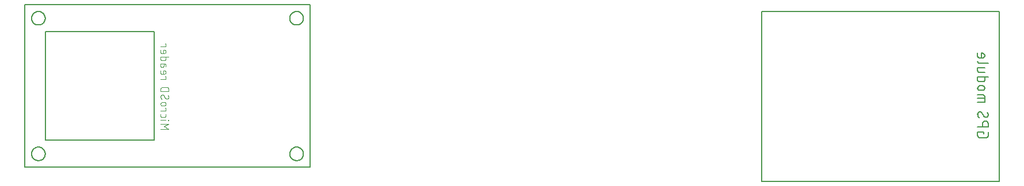
<source format=gbr>
G04 EAGLE Gerber RS-274X export*
G75*
%MOMM*%
%FSLAX34Y34*%
%LPD*%
%INSilkscreen Bottom*%
%IPPOS*%
%AMOC8*
5,1,8,0,0,1.08239X$1,22.5*%
G01*
%ADD10C,0.127000*%
%ADD11C,0.101600*%


D10*
X1113790Y40640D02*
X1113790Y290640D01*
X1463790Y290640D01*
X1463790Y40640D01*
X1113790Y40640D01*
X1440533Y110800D02*
X1440533Y113383D01*
X1431925Y113383D01*
X1431925Y108218D01*
X1431927Y108103D01*
X1431933Y107988D01*
X1431942Y107873D01*
X1431956Y107759D01*
X1431973Y107645D01*
X1431994Y107532D01*
X1432019Y107420D01*
X1432047Y107308D01*
X1432080Y107198D01*
X1432116Y107089D01*
X1432155Y106981D01*
X1432198Y106874D01*
X1432245Y106769D01*
X1432295Y106665D01*
X1432349Y106563D01*
X1432406Y106463D01*
X1432466Y106365D01*
X1432529Y106269D01*
X1432596Y106176D01*
X1432666Y106084D01*
X1432739Y105995D01*
X1432814Y105908D01*
X1432893Y105824D01*
X1432974Y105743D01*
X1433058Y105664D01*
X1433145Y105589D01*
X1433234Y105516D01*
X1433326Y105446D01*
X1433419Y105379D01*
X1433515Y105316D01*
X1433613Y105256D01*
X1433713Y105199D01*
X1433815Y105145D01*
X1433919Y105095D01*
X1434024Y105048D01*
X1434131Y105005D01*
X1434239Y104966D01*
X1434348Y104930D01*
X1434458Y104897D01*
X1434570Y104869D01*
X1434682Y104844D01*
X1434795Y104823D01*
X1434909Y104806D01*
X1435023Y104792D01*
X1435138Y104783D01*
X1435253Y104777D01*
X1435368Y104775D01*
X1443976Y104775D01*
X1444091Y104777D01*
X1444206Y104783D01*
X1444321Y104792D01*
X1444435Y104806D01*
X1444549Y104823D01*
X1444662Y104844D01*
X1444774Y104869D01*
X1444886Y104897D01*
X1444996Y104930D01*
X1445105Y104966D01*
X1445213Y105005D01*
X1445320Y105048D01*
X1445425Y105095D01*
X1445529Y105145D01*
X1445631Y105199D01*
X1445731Y105256D01*
X1445829Y105316D01*
X1445925Y105379D01*
X1446018Y105446D01*
X1446110Y105516D01*
X1446199Y105589D01*
X1446286Y105664D01*
X1446370Y105743D01*
X1446451Y105824D01*
X1446529Y105908D01*
X1446605Y105995D01*
X1446678Y106084D01*
X1446748Y106176D01*
X1446815Y106269D01*
X1446878Y106365D01*
X1446938Y106463D01*
X1446995Y106563D01*
X1447049Y106665D01*
X1447099Y106769D01*
X1447146Y106874D01*
X1447189Y106981D01*
X1447228Y107089D01*
X1447264Y107198D01*
X1447297Y107308D01*
X1447325Y107420D01*
X1447350Y107532D01*
X1447371Y107645D01*
X1447388Y107759D01*
X1447402Y107873D01*
X1447411Y107988D01*
X1447417Y108103D01*
X1447419Y108218D01*
X1447419Y113383D01*
X1447419Y120829D02*
X1431925Y120829D01*
X1447419Y120829D02*
X1447419Y125133D01*
X1447417Y125263D01*
X1447411Y125393D01*
X1447401Y125523D01*
X1447388Y125652D01*
X1447370Y125781D01*
X1447349Y125909D01*
X1447323Y126036D01*
X1447294Y126163D01*
X1447261Y126289D01*
X1447224Y126413D01*
X1447184Y126537D01*
X1447139Y126659D01*
X1447091Y126780D01*
X1447040Y126899D01*
X1446985Y127017D01*
X1446926Y127133D01*
X1446864Y127247D01*
X1446798Y127360D01*
X1446729Y127470D01*
X1446657Y127578D01*
X1446582Y127684D01*
X1446503Y127787D01*
X1446421Y127888D01*
X1446337Y127987D01*
X1446249Y128083D01*
X1446158Y128176D01*
X1446065Y128267D01*
X1445969Y128355D01*
X1445870Y128439D01*
X1445769Y128521D01*
X1445666Y128600D01*
X1445560Y128675D01*
X1445452Y128747D01*
X1445342Y128816D01*
X1445229Y128882D01*
X1445115Y128944D01*
X1444999Y129003D01*
X1444881Y129058D01*
X1444762Y129109D01*
X1444641Y129157D01*
X1444519Y129202D01*
X1444395Y129242D01*
X1444271Y129279D01*
X1444145Y129312D01*
X1444018Y129341D01*
X1443891Y129367D01*
X1443763Y129388D01*
X1443634Y129406D01*
X1443505Y129419D01*
X1443375Y129429D01*
X1443245Y129435D01*
X1443115Y129437D01*
X1442985Y129435D01*
X1442855Y129429D01*
X1442725Y129419D01*
X1442596Y129406D01*
X1442467Y129388D01*
X1442339Y129367D01*
X1442212Y129341D01*
X1442085Y129312D01*
X1441959Y129279D01*
X1441835Y129242D01*
X1441711Y129202D01*
X1441589Y129157D01*
X1441468Y129109D01*
X1441349Y129058D01*
X1441231Y129003D01*
X1441115Y128944D01*
X1441001Y128882D01*
X1440888Y128816D01*
X1440778Y128747D01*
X1440670Y128675D01*
X1440564Y128600D01*
X1440461Y128521D01*
X1440360Y128439D01*
X1440261Y128355D01*
X1440165Y128267D01*
X1440072Y128176D01*
X1439981Y128083D01*
X1439893Y127987D01*
X1439809Y127888D01*
X1439727Y127787D01*
X1439648Y127684D01*
X1439573Y127578D01*
X1439501Y127470D01*
X1439432Y127360D01*
X1439366Y127247D01*
X1439304Y127133D01*
X1439245Y127017D01*
X1439190Y126899D01*
X1439139Y126780D01*
X1439091Y126659D01*
X1439046Y126537D01*
X1439006Y126413D01*
X1438969Y126289D01*
X1438936Y126163D01*
X1438907Y126036D01*
X1438881Y125909D01*
X1438860Y125781D01*
X1438842Y125652D01*
X1438829Y125523D01*
X1438819Y125393D01*
X1438813Y125263D01*
X1438811Y125133D01*
X1438811Y120829D01*
X1431925Y139671D02*
X1431927Y139786D01*
X1431933Y139901D01*
X1431942Y140016D01*
X1431956Y140130D01*
X1431973Y140244D01*
X1431994Y140357D01*
X1432019Y140469D01*
X1432047Y140581D01*
X1432080Y140691D01*
X1432116Y140800D01*
X1432155Y140908D01*
X1432198Y141015D01*
X1432245Y141120D01*
X1432295Y141224D01*
X1432349Y141326D01*
X1432406Y141426D01*
X1432466Y141524D01*
X1432529Y141620D01*
X1432596Y141713D01*
X1432666Y141805D01*
X1432739Y141894D01*
X1432815Y141981D01*
X1432893Y142065D01*
X1432974Y142146D01*
X1433058Y142225D01*
X1433145Y142300D01*
X1433234Y142373D01*
X1433326Y142443D01*
X1433419Y142510D01*
X1433515Y142573D01*
X1433613Y142633D01*
X1433713Y142690D01*
X1433815Y142744D01*
X1433919Y142794D01*
X1434024Y142841D01*
X1434131Y142884D01*
X1434239Y142923D01*
X1434348Y142959D01*
X1434458Y142992D01*
X1434570Y143020D01*
X1434682Y143045D01*
X1434795Y143066D01*
X1434909Y143083D01*
X1435023Y143097D01*
X1435138Y143106D01*
X1435253Y143112D01*
X1435368Y143114D01*
X1431925Y139671D02*
X1431927Y139497D01*
X1431933Y139323D01*
X1431944Y139149D01*
X1431958Y138976D01*
X1431977Y138803D01*
X1432000Y138631D01*
X1432027Y138459D01*
X1432058Y138287D01*
X1432093Y138117D01*
X1432132Y137947D01*
X1432175Y137779D01*
X1432223Y137611D01*
X1432274Y137445D01*
X1432329Y137280D01*
X1432388Y137116D01*
X1432451Y136954D01*
X1432518Y136794D01*
X1432589Y136635D01*
X1432664Y136477D01*
X1432742Y136322D01*
X1432824Y136168D01*
X1432910Y136017D01*
X1432999Y135868D01*
X1433092Y135720D01*
X1433188Y135575D01*
X1433288Y135433D01*
X1433391Y135293D01*
X1433497Y135155D01*
X1433607Y135020D01*
X1433720Y134887D01*
X1433836Y134758D01*
X1433955Y134631D01*
X1434077Y134507D01*
X1443976Y134937D02*
X1444091Y134939D01*
X1444206Y134945D01*
X1444321Y134954D01*
X1444435Y134968D01*
X1444549Y134985D01*
X1444662Y135006D01*
X1444774Y135031D01*
X1444886Y135059D01*
X1444996Y135092D01*
X1445105Y135128D01*
X1445213Y135167D01*
X1445320Y135210D01*
X1445425Y135257D01*
X1445529Y135307D01*
X1445631Y135361D01*
X1445731Y135418D01*
X1445829Y135478D01*
X1445925Y135541D01*
X1446018Y135608D01*
X1446110Y135678D01*
X1446199Y135751D01*
X1446286Y135826D01*
X1446370Y135905D01*
X1446451Y135986D01*
X1446530Y136070D01*
X1446605Y136157D01*
X1446678Y136246D01*
X1446748Y136338D01*
X1446815Y136431D01*
X1446878Y136527D01*
X1446938Y136625D01*
X1446995Y136725D01*
X1447049Y136827D01*
X1447099Y136931D01*
X1447146Y137036D01*
X1447189Y137143D01*
X1447228Y137251D01*
X1447264Y137360D01*
X1447297Y137470D01*
X1447325Y137582D01*
X1447350Y137694D01*
X1447371Y137807D01*
X1447388Y137921D01*
X1447402Y138035D01*
X1447411Y138150D01*
X1447417Y138265D01*
X1447419Y138380D01*
X1447417Y138540D01*
X1447411Y138699D01*
X1447401Y138859D01*
X1447387Y139018D01*
X1447370Y139177D01*
X1447348Y139335D01*
X1447322Y139493D01*
X1447293Y139650D01*
X1447259Y139806D01*
X1447222Y139962D01*
X1447181Y140116D01*
X1447136Y140269D01*
X1447088Y140422D01*
X1447035Y140573D01*
X1446979Y140722D01*
X1446919Y140870D01*
X1446856Y141017D01*
X1446789Y141162D01*
X1446718Y141305D01*
X1446644Y141447D01*
X1446566Y141587D01*
X1446485Y141724D01*
X1446401Y141860D01*
X1446313Y141993D01*
X1446222Y142125D01*
X1446128Y142254D01*
X1440963Y136659D02*
X1441024Y136559D01*
X1441089Y136461D01*
X1441156Y136365D01*
X1441227Y136272D01*
X1441301Y136181D01*
X1441378Y136093D01*
X1441458Y136007D01*
X1441541Y135924D01*
X1441626Y135844D01*
X1441714Y135767D01*
X1441805Y135693D01*
X1441898Y135622D01*
X1441993Y135553D01*
X1442091Y135489D01*
X1442190Y135427D01*
X1442292Y135369D01*
X1442396Y135314D01*
X1442501Y135263D01*
X1442608Y135216D01*
X1442717Y135172D01*
X1442827Y135131D01*
X1442938Y135095D01*
X1443050Y135062D01*
X1443164Y135033D01*
X1443278Y135007D01*
X1443393Y134986D01*
X1443509Y134968D01*
X1443625Y134955D01*
X1443742Y134945D01*
X1443859Y134939D01*
X1443976Y134937D01*
X1438381Y141392D02*
X1438320Y141492D01*
X1438255Y141590D01*
X1438188Y141686D01*
X1438117Y141779D01*
X1438043Y141870D01*
X1437966Y141958D01*
X1437886Y142044D01*
X1437803Y142127D01*
X1437718Y142207D01*
X1437630Y142284D01*
X1437539Y142358D01*
X1437446Y142429D01*
X1437351Y142498D01*
X1437253Y142562D01*
X1437154Y142624D01*
X1437052Y142682D01*
X1436948Y142737D01*
X1436843Y142788D01*
X1436736Y142835D01*
X1436627Y142879D01*
X1436517Y142920D01*
X1436406Y142956D01*
X1436294Y142989D01*
X1436180Y143018D01*
X1436066Y143044D01*
X1435951Y143065D01*
X1435835Y143083D01*
X1435719Y143096D01*
X1435602Y143106D01*
X1435485Y143112D01*
X1435368Y143114D01*
X1438381Y141393D02*
X1440963Y136659D01*
X1442254Y157431D02*
X1431925Y157431D01*
X1442254Y157431D02*
X1442254Y165178D01*
X1442252Y165277D01*
X1442246Y165376D01*
X1442237Y165474D01*
X1442224Y165572D01*
X1442207Y165670D01*
X1442186Y165766D01*
X1442162Y165862D01*
X1442134Y165957D01*
X1442102Y166051D01*
X1442067Y166143D01*
X1442028Y166234D01*
X1441986Y166324D01*
X1441940Y166411D01*
X1441891Y166497D01*
X1441839Y166581D01*
X1441784Y166663D01*
X1441725Y166743D01*
X1441664Y166821D01*
X1441600Y166896D01*
X1441532Y166968D01*
X1441462Y167038D01*
X1441390Y167106D01*
X1441315Y167170D01*
X1441237Y167231D01*
X1441157Y167290D01*
X1441075Y167345D01*
X1440991Y167397D01*
X1440905Y167446D01*
X1440818Y167492D01*
X1440728Y167534D01*
X1440637Y167573D01*
X1440545Y167608D01*
X1440451Y167640D01*
X1440356Y167668D01*
X1440260Y167692D01*
X1440164Y167713D01*
X1440066Y167730D01*
X1439968Y167743D01*
X1439870Y167752D01*
X1439771Y167758D01*
X1439672Y167760D01*
X1431925Y167760D01*
X1431925Y162596D02*
X1442254Y162596D01*
X1438811Y174514D02*
X1435368Y174514D01*
X1438811Y174514D02*
X1438927Y174516D01*
X1439043Y174522D01*
X1439159Y174532D01*
X1439275Y174545D01*
X1439390Y174563D01*
X1439504Y174584D01*
X1439618Y174610D01*
X1439730Y174639D01*
X1439842Y174672D01*
X1439952Y174709D01*
X1440061Y174749D01*
X1440169Y174793D01*
X1440275Y174841D01*
X1440379Y174892D01*
X1440482Y174947D01*
X1440583Y175005D01*
X1440681Y175066D01*
X1440778Y175131D01*
X1440872Y175199D01*
X1440964Y175270D01*
X1441054Y175345D01*
X1441141Y175422D01*
X1441225Y175502D01*
X1441306Y175585D01*
X1441385Y175671D01*
X1441461Y175759D01*
X1441534Y175850D01*
X1441603Y175943D01*
X1441670Y176038D01*
X1441733Y176136D01*
X1441793Y176235D01*
X1441849Y176337D01*
X1441902Y176441D01*
X1441952Y176546D01*
X1441997Y176653D01*
X1442040Y176761D01*
X1442078Y176871D01*
X1442113Y176982D01*
X1442144Y177094D01*
X1442171Y177207D01*
X1442195Y177321D01*
X1442214Y177436D01*
X1442230Y177551D01*
X1442242Y177667D01*
X1442250Y177783D01*
X1442254Y177899D01*
X1442254Y178015D01*
X1442250Y178131D01*
X1442242Y178247D01*
X1442230Y178363D01*
X1442214Y178478D01*
X1442195Y178593D01*
X1442171Y178707D01*
X1442144Y178820D01*
X1442113Y178932D01*
X1442078Y179043D01*
X1442040Y179153D01*
X1441997Y179261D01*
X1441952Y179368D01*
X1441902Y179473D01*
X1441849Y179577D01*
X1441793Y179678D01*
X1441733Y179778D01*
X1441670Y179876D01*
X1441603Y179971D01*
X1441534Y180064D01*
X1441461Y180155D01*
X1441385Y180243D01*
X1441306Y180329D01*
X1441225Y180412D01*
X1441141Y180492D01*
X1441054Y180569D01*
X1440964Y180644D01*
X1440872Y180715D01*
X1440778Y180783D01*
X1440681Y180848D01*
X1440583Y180909D01*
X1440482Y180967D01*
X1440379Y181022D01*
X1440275Y181073D01*
X1440169Y181121D01*
X1440061Y181165D01*
X1439952Y181205D01*
X1439842Y181242D01*
X1439730Y181275D01*
X1439618Y181304D01*
X1439504Y181330D01*
X1439390Y181351D01*
X1439275Y181369D01*
X1439159Y181382D01*
X1439043Y181392D01*
X1438927Y181398D01*
X1438811Y181400D01*
X1435368Y181400D01*
X1435252Y181398D01*
X1435136Y181392D01*
X1435020Y181382D01*
X1434904Y181369D01*
X1434789Y181351D01*
X1434675Y181330D01*
X1434561Y181304D01*
X1434449Y181275D01*
X1434337Y181242D01*
X1434227Y181205D01*
X1434118Y181165D01*
X1434010Y181121D01*
X1433904Y181073D01*
X1433800Y181022D01*
X1433697Y180967D01*
X1433596Y180909D01*
X1433498Y180848D01*
X1433401Y180783D01*
X1433307Y180715D01*
X1433215Y180644D01*
X1433125Y180569D01*
X1433038Y180492D01*
X1432954Y180412D01*
X1432873Y180329D01*
X1432794Y180243D01*
X1432718Y180155D01*
X1432645Y180064D01*
X1432576Y179971D01*
X1432509Y179876D01*
X1432446Y179778D01*
X1432386Y179679D01*
X1432330Y179577D01*
X1432277Y179473D01*
X1432227Y179368D01*
X1432182Y179261D01*
X1432139Y179153D01*
X1432101Y179043D01*
X1432066Y178932D01*
X1432035Y178820D01*
X1432008Y178707D01*
X1431984Y178593D01*
X1431965Y178478D01*
X1431949Y178363D01*
X1431937Y178247D01*
X1431929Y178131D01*
X1431925Y178015D01*
X1431925Y177899D01*
X1431929Y177783D01*
X1431937Y177667D01*
X1431949Y177551D01*
X1431965Y177436D01*
X1431984Y177321D01*
X1432008Y177207D01*
X1432035Y177094D01*
X1432066Y176982D01*
X1432101Y176871D01*
X1432139Y176761D01*
X1432182Y176653D01*
X1432227Y176546D01*
X1432277Y176441D01*
X1432330Y176337D01*
X1432386Y176236D01*
X1432446Y176136D01*
X1432509Y176038D01*
X1432576Y175943D01*
X1432645Y175850D01*
X1432718Y175759D01*
X1432794Y175671D01*
X1432873Y175585D01*
X1432954Y175502D01*
X1433038Y175422D01*
X1433125Y175345D01*
X1433215Y175270D01*
X1433307Y175199D01*
X1433401Y175131D01*
X1433498Y175066D01*
X1433596Y175005D01*
X1433697Y174947D01*
X1433800Y174892D01*
X1433904Y174841D01*
X1434010Y174793D01*
X1434118Y174749D01*
X1434227Y174709D01*
X1434337Y174672D01*
X1434449Y174639D01*
X1434561Y174610D01*
X1434675Y174584D01*
X1434789Y174563D01*
X1434904Y174545D01*
X1435020Y174532D01*
X1435136Y174522D01*
X1435252Y174516D01*
X1435368Y174514D01*
X1431925Y194215D02*
X1447419Y194215D01*
X1431925Y194215D02*
X1431925Y189911D01*
X1431927Y189812D01*
X1431933Y189713D01*
X1431942Y189615D01*
X1431955Y189517D01*
X1431972Y189419D01*
X1431993Y189323D01*
X1432017Y189227D01*
X1432045Y189132D01*
X1432077Y189038D01*
X1432112Y188946D01*
X1432151Y188855D01*
X1432193Y188765D01*
X1432239Y188678D01*
X1432288Y188592D01*
X1432340Y188508D01*
X1432395Y188426D01*
X1432454Y188346D01*
X1432515Y188268D01*
X1432579Y188193D01*
X1432647Y188121D01*
X1432717Y188051D01*
X1432789Y187983D01*
X1432864Y187919D01*
X1432942Y187858D01*
X1433022Y187799D01*
X1433104Y187744D01*
X1433188Y187692D01*
X1433274Y187643D01*
X1433361Y187597D01*
X1433451Y187555D01*
X1433542Y187516D01*
X1433634Y187481D01*
X1433728Y187449D01*
X1433823Y187421D01*
X1433919Y187397D01*
X1434015Y187376D01*
X1434113Y187359D01*
X1434211Y187346D01*
X1434309Y187337D01*
X1434408Y187331D01*
X1434507Y187329D01*
X1439672Y187329D01*
X1439771Y187331D01*
X1439870Y187337D01*
X1439968Y187346D01*
X1440066Y187359D01*
X1440164Y187376D01*
X1440260Y187397D01*
X1440356Y187421D01*
X1440451Y187449D01*
X1440545Y187481D01*
X1440637Y187516D01*
X1440728Y187555D01*
X1440818Y187597D01*
X1440905Y187643D01*
X1440991Y187692D01*
X1441075Y187744D01*
X1441157Y187799D01*
X1441237Y187858D01*
X1441315Y187919D01*
X1441390Y187983D01*
X1441462Y188051D01*
X1441532Y188121D01*
X1441600Y188193D01*
X1441664Y188268D01*
X1441725Y188346D01*
X1441784Y188426D01*
X1441839Y188508D01*
X1441891Y188592D01*
X1441940Y188678D01*
X1441986Y188765D01*
X1442028Y188855D01*
X1442067Y188946D01*
X1442102Y189038D01*
X1442134Y189132D01*
X1442162Y189227D01*
X1442186Y189323D01*
X1442207Y189419D01*
X1442224Y189517D01*
X1442237Y189615D01*
X1442246Y189713D01*
X1442252Y189812D01*
X1442254Y189911D01*
X1442254Y194215D01*
X1442254Y201272D02*
X1434507Y201272D01*
X1434507Y201273D02*
X1434408Y201275D01*
X1434309Y201281D01*
X1434211Y201290D01*
X1434113Y201303D01*
X1434015Y201320D01*
X1433919Y201341D01*
X1433823Y201365D01*
X1433728Y201393D01*
X1433634Y201425D01*
X1433542Y201460D01*
X1433451Y201499D01*
X1433361Y201541D01*
X1433274Y201587D01*
X1433188Y201636D01*
X1433104Y201688D01*
X1433022Y201743D01*
X1432942Y201802D01*
X1432864Y201863D01*
X1432789Y201927D01*
X1432717Y201995D01*
X1432647Y202065D01*
X1432579Y202137D01*
X1432515Y202212D01*
X1432454Y202290D01*
X1432395Y202370D01*
X1432340Y202452D01*
X1432288Y202536D01*
X1432239Y202622D01*
X1432193Y202709D01*
X1432151Y202799D01*
X1432112Y202890D01*
X1432077Y202982D01*
X1432045Y203076D01*
X1432017Y203171D01*
X1431993Y203267D01*
X1431972Y203363D01*
X1431955Y203461D01*
X1431942Y203559D01*
X1431933Y203657D01*
X1431927Y203756D01*
X1431925Y203855D01*
X1431925Y208159D01*
X1442254Y208159D01*
X1447419Y214880D02*
X1434507Y214880D01*
X1434507Y214881D02*
X1434408Y214883D01*
X1434309Y214889D01*
X1434211Y214898D01*
X1434113Y214911D01*
X1434015Y214928D01*
X1433919Y214949D01*
X1433823Y214973D01*
X1433728Y215001D01*
X1433634Y215033D01*
X1433542Y215068D01*
X1433451Y215107D01*
X1433361Y215149D01*
X1433274Y215195D01*
X1433188Y215244D01*
X1433104Y215296D01*
X1433022Y215351D01*
X1432942Y215410D01*
X1432864Y215471D01*
X1432789Y215535D01*
X1432717Y215603D01*
X1432647Y215673D01*
X1432579Y215745D01*
X1432515Y215820D01*
X1432454Y215898D01*
X1432395Y215978D01*
X1432340Y216060D01*
X1432288Y216144D01*
X1432239Y216230D01*
X1432193Y216317D01*
X1432151Y216407D01*
X1432112Y216498D01*
X1432077Y216590D01*
X1432045Y216684D01*
X1432017Y216779D01*
X1431993Y216875D01*
X1431972Y216971D01*
X1431955Y217069D01*
X1431942Y217167D01*
X1431933Y217265D01*
X1431927Y217364D01*
X1431925Y217463D01*
X1431925Y225162D02*
X1431925Y229466D01*
X1431925Y225162D02*
X1431927Y225063D01*
X1431933Y224964D01*
X1431942Y224866D01*
X1431955Y224768D01*
X1431972Y224670D01*
X1431993Y224574D01*
X1432017Y224478D01*
X1432045Y224383D01*
X1432077Y224289D01*
X1432112Y224197D01*
X1432151Y224106D01*
X1432193Y224016D01*
X1432239Y223929D01*
X1432288Y223843D01*
X1432340Y223759D01*
X1432395Y223677D01*
X1432454Y223597D01*
X1432515Y223519D01*
X1432579Y223444D01*
X1432647Y223372D01*
X1432717Y223302D01*
X1432789Y223234D01*
X1432864Y223170D01*
X1432942Y223109D01*
X1433022Y223050D01*
X1433104Y222995D01*
X1433188Y222943D01*
X1433274Y222894D01*
X1433361Y222848D01*
X1433451Y222806D01*
X1433542Y222767D01*
X1433634Y222732D01*
X1433728Y222700D01*
X1433823Y222672D01*
X1433919Y222648D01*
X1434015Y222627D01*
X1434113Y222610D01*
X1434211Y222597D01*
X1434309Y222588D01*
X1434408Y222582D01*
X1434507Y222580D01*
X1438811Y222580D01*
X1438927Y222582D01*
X1439043Y222588D01*
X1439159Y222598D01*
X1439275Y222611D01*
X1439390Y222629D01*
X1439504Y222650D01*
X1439618Y222676D01*
X1439730Y222705D01*
X1439842Y222738D01*
X1439952Y222775D01*
X1440061Y222815D01*
X1440169Y222859D01*
X1440275Y222907D01*
X1440379Y222958D01*
X1440482Y223013D01*
X1440583Y223071D01*
X1440681Y223132D01*
X1440778Y223197D01*
X1440872Y223265D01*
X1440964Y223336D01*
X1441054Y223411D01*
X1441141Y223488D01*
X1441225Y223568D01*
X1441306Y223651D01*
X1441385Y223737D01*
X1441461Y223825D01*
X1441534Y223916D01*
X1441603Y224009D01*
X1441670Y224104D01*
X1441733Y224202D01*
X1441793Y224301D01*
X1441849Y224403D01*
X1441902Y224507D01*
X1441952Y224612D01*
X1441997Y224719D01*
X1442040Y224827D01*
X1442078Y224937D01*
X1442113Y225048D01*
X1442144Y225160D01*
X1442171Y225273D01*
X1442195Y225387D01*
X1442214Y225502D01*
X1442230Y225617D01*
X1442242Y225733D01*
X1442250Y225849D01*
X1442254Y225965D01*
X1442254Y226081D01*
X1442250Y226197D01*
X1442242Y226313D01*
X1442230Y226429D01*
X1442214Y226544D01*
X1442195Y226659D01*
X1442171Y226773D01*
X1442144Y226886D01*
X1442113Y226998D01*
X1442078Y227109D01*
X1442040Y227219D01*
X1441997Y227327D01*
X1441952Y227434D01*
X1441902Y227539D01*
X1441849Y227643D01*
X1441793Y227744D01*
X1441733Y227844D01*
X1441670Y227942D01*
X1441603Y228037D01*
X1441534Y228130D01*
X1441461Y228221D01*
X1441385Y228309D01*
X1441306Y228395D01*
X1441225Y228478D01*
X1441141Y228558D01*
X1441054Y228635D01*
X1440964Y228710D01*
X1440872Y228781D01*
X1440778Y228849D01*
X1440681Y228914D01*
X1440583Y228975D01*
X1440482Y229033D01*
X1440379Y229088D01*
X1440275Y229139D01*
X1440169Y229187D01*
X1440061Y229231D01*
X1439952Y229271D01*
X1439842Y229308D01*
X1439730Y229341D01*
X1439618Y229370D01*
X1439504Y229396D01*
X1439390Y229417D01*
X1439275Y229435D01*
X1439159Y229448D01*
X1439043Y229458D01*
X1438927Y229464D01*
X1438811Y229466D01*
X1437090Y229466D01*
X1437090Y222580D01*
X449580Y60990D02*
X29580Y60990D01*
X29580Y300990D01*
X449580Y300990D01*
X449580Y60990D01*
X59580Y100990D02*
X59580Y260990D01*
X59580Y100990D02*
X219580Y100990D01*
X219580Y260990D01*
X59580Y260990D01*
X39580Y280990D02*
X39583Y281235D01*
X39592Y281481D01*
X39607Y281726D01*
X39628Y281970D01*
X39655Y282214D01*
X39688Y282457D01*
X39727Y282700D01*
X39772Y282941D01*
X39823Y283181D01*
X39880Y283420D01*
X39942Y283657D01*
X40011Y283893D01*
X40085Y284127D01*
X40165Y284359D01*
X40250Y284589D01*
X40341Y284817D01*
X40438Y285042D01*
X40540Y285266D01*
X40648Y285486D01*
X40761Y285704D01*
X40879Y285919D01*
X41003Y286131D01*
X41131Y286340D01*
X41265Y286546D01*
X41404Y286748D01*
X41548Y286947D01*
X41697Y287142D01*
X41850Y287334D01*
X42008Y287522D01*
X42170Y287706D01*
X42338Y287885D01*
X42509Y288061D01*
X42685Y288232D01*
X42864Y288400D01*
X43048Y288562D01*
X43236Y288720D01*
X43428Y288873D01*
X43623Y289022D01*
X43822Y289166D01*
X44024Y289305D01*
X44230Y289439D01*
X44439Y289567D01*
X44651Y289691D01*
X44866Y289809D01*
X45084Y289922D01*
X45304Y290030D01*
X45528Y290132D01*
X45753Y290229D01*
X45981Y290320D01*
X46211Y290405D01*
X46443Y290485D01*
X46677Y290559D01*
X46913Y290628D01*
X47150Y290690D01*
X47389Y290747D01*
X47629Y290798D01*
X47870Y290843D01*
X48113Y290882D01*
X48356Y290915D01*
X48600Y290942D01*
X48844Y290963D01*
X49089Y290978D01*
X49335Y290987D01*
X49580Y290990D01*
X49825Y290987D01*
X50071Y290978D01*
X50316Y290963D01*
X50560Y290942D01*
X50804Y290915D01*
X51047Y290882D01*
X51290Y290843D01*
X51531Y290798D01*
X51771Y290747D01*
X52010Y290690D01*
X52247Y290628D01*
X52483Y290559D01*
X52717Y290485D01*
X52949Y290405D01*
X53179Y290320D01*
X53407Y290229D01*
X53632Y290132D01*
X53856Y290030D01*
X54076Y289922D01*
X54294Y289809D01*
X54509Y289691D01*
X54721Y289567D01*
X54930Y289439D01*
X55136Y289305D01*
X55338Y289166D01*
X55537Y289022D01*
X55732Y288873D01*
X55924Y288720D01*
X56112Y288562D01*
X56296Y288400D01*
X56475Y288232D01*
X56651Y288061D01*
X56822Y287885D01*
X56990Y287706D01*
X57152Y287522D01*
X57310Y287334D01*
X57463Y287142D01*
X57612Y286947D01*
X57756Y286748D01*
X57895Y286546D01*
X58029Y286340D01*
X58157Y286131D01*
X58281Y285919D01*
X58399Y285704D01*
X58512Y285486D01*
X58620Y285266D01*
X58722Y285042D01*
X58819Y284817D01*
X58910Y284589D01*
X58995Y284359D01*
X59075Y284127D01*
X59149Y283893D01*
X59218Y283657D01*
X59280Y283420D01*
X59337Y283181D01*
X59388Y282941D01*
X59433Y282700D01*
X59472Y282457D01*
X59505Y282214D01*
X59532Y281970D01*
X59553Y281726D01*
X59568Y281481D01*
X59577Y281235D01*
X59580Y280990D01*
X59577Y280745D01*
X59568Y280499D01*
X59553Y280254D01*
X59532Y280010D01*
X59505Y279766D01*
X59472Y279523D01*
X59433Y279280D01*
X59388Y279039D01*
X59337Y278799D01*
X59280Y278560D01*
X59218Y278323D01*
X59149Y278087D01*
X59075Y277853D01*
X58995Y277621D01*
X58910Y277391D01*
X58819Y277163D01*
X58722Y276938D01*
X58620Y276714D01*
X58512Y276494D01*
X58399Y276276D01*
X58281Y276061D01*
X58157Y275849D01*
X58029Y275640D01*
X57895Y275434D01*
X57756Y275232D01*
X57612Y275033D01*
X57463Y274838D01*
X57310Y274646D01*
X57152Y274458D01*
X56990Y274274D01*
X56822Y274095D01*
X56651Y273919D01*
X56475Y273748D01*
X56296Y273580D01*
X56112Y273418D01*
X55924Y273260D01*
X55732Y273107D01*
X55537Y272958D01*
X55338Y272814D01*
X55136Y272675D01*
X54930Y272541D01*
X54721Y272413D01*
X54509Y272289D01*
X54294Y272171D01*
X54076Y272058D01*
X53856Y271950D01*
X53632Y271848D01*
X53407Y271751D01*
X53179Y271660D01*
X52949Y271575D01*
X52717Y271495D01*
X52483Y271421D01*
X52247Y271352D01*
X52010Y271290D01*
X51771Y271233D01*
X51531Y271182D01*
X51290Y271137D01*
X51047Y271098D01*
X50804Y271065D01*
X50560Y271038D01*
X50316Y271017D01*
X50071Y271002D01*
X49825Y270993D01*
X49580Y270990D01*
X49335Y270993D01*
X49089Y271002D01*
X48844Y271017D01*
X48600Y271038D01*
X48356Y271065D01*
X48113Y271098D01*
X47870Y271137D01*
X47629Y271182D01*
X47389Y271233D01*
X47150Y271290D01*
X46913Y271352D01*
X46677Y271421D01*
X46443Y271495D01*
X46211Y271575D01*
X45981Y271660D01*
X45753Y271751D01*
X45528Y271848D01*
X45304Y271950D01*
X45084Y272058D01*
X44866Y272171D01*
X44651Y272289D01*
X44439Y272413D01*
X44230Y272541D01*
X44024Y272675D01*
X43822Y272814D01*
X43623Y272958D01*
X43428Y273107D01*
X43236Y273260D01*
X43048Y273418D01*
X42864Y273580D01*
X42685Y273748D01*
X42509Y273919D01*
X42338Y274095D01*
X42170Y274274D01*
X42008Y274458D01*
X41850Y274646D01*
X41697Y274838D01*
X41548Y275033D01*
X41404Y275232D01*
X41265Y275434D01*
X41131Y275640D01*
X41003Y275849D01*
X40879Y276061D01*
X40761Y276276D01*
X40648Y276494D01*
X40540Y276714D01*
X40438Y276938D01*
X40341Y277163D01*
X40250Y277391D01*
X40165Y277621D01*
X40085Y277853D01*
X40011Y278087D01*
X39942Y278323D01*
X39880Y278560D01*
X39823Y278799D01*
X39772Y279039D01*
X39727Y279280D01*
X39688Y279523D01*
X39655Y279766D01*
X39628Y280010D01*
X39607Y280254D01*
X39592Y280499D01*
X39583Y280745D01*
X39580Y280990D01*
X39580Y80990D02*
X39583Y81235D01*
X39592Y81481D01*
X39607Y81726D01*
X39628Y81970D01*
X39655Y82214D01*
X39688Y82457D01*
X39727Y82700D01*
X39772Y82941D01*
X39823Y83181D01*
X39880Y83420D01*
X39942Y83657D01*
X40011Y83893D01*
X40085Y84127D01*
X40165Y84359D01*
X40250Y84589D01*
X40341Y84817D01*
X40438Y85042D01*
X40540Y85266D01*
X40648Y85486D01*
X40761Y85704D01*
X40879Y85919D01*
X41003Y86131D01*
X41131Y86340D01*
X41265Y86546D01*
X41404Y86748D01*
X41548Y86947D01*
X41697Y87142D01*
X41850Y87334D01*
X42008Y87522D01*
X42170Y87706D01*
X42338Y87885D01*
X42509Y88061D01*
X42685Y88232D01*
X42864Y88400D01*
X43048Y88562D01*
X43236Y88720D01*
X43428Y88873D01*
X43623Y89022D01*
X43822Y89166D01*
X44024Y89305D01*
X44230Y89439D01*
X44439Y89567D01*
X44651Y89691D01*
X44866Y89809D01*
X45084Y89922D01*
X45304Y90030D01*
X45528Y90132D01*
X45753Y90229D01*
X45981Y90320D01*
X46211Y90405D01*
X46443Y90485D01*
X46677Y90559D01*
X46913Y90628D01*
X47150Y90690D01*
X47389Y90747D01*
X47629Y90798D01*
X47870Y90843D01*
X48113Y90882D01*
X48356Y90915D01*
X48600Y90942D01*
X48844Y90963D01*
X49089Y90978D01*
X49335Y90987D01*
X49580Y90990D01*
X49825Y90987D01*
X50071Y90978D01*
X50316Y90963D01*
X50560Y90942D01*
X50804Y90915D01*
X51047Y90882D01*
X51290Y90843D01*
X51531Y90798D01*
X51771Y90747D01*
X52010Y90690D01*
X52247Y90628D01*
X52483Y90559D01*
X52717Y90485D01*
X52949Y90405D01*
X53179Y90320D01*
X53407Y90229D01*
X53632Y90132D01*
X53856Y90030D01*
X54076Y89922D01*
X54294Y89809D01*
X54509Y89691D01*
X54721Y89567D01*
X54930Y89439D01*
X55136Y89305D01*
X55338Y89166D01*
X55537Y89022D01*
X55732Y88873D01*
X55924Y88720D01*
X56112Y88562D01*
X56296Y88400D01*
X56475Y88232D01*
X56651Y88061D01*
X56822Y87885D01*
X56990Y87706D01*
X57152Y87522D01*
X57310Y87334D01*
X57463Y87142D01*
X57612Y86947D01*
X57756Y86748D01*
X57895Y86546D01*
X58029Y86340D01*
X58157Y86131D01*
X58281Y85919D01*
X58399Y85704D01*
X58512Y85486D01*
X58620Y85266D01*
X58722Y85042D01*
X58819Y84817D01*
X58910Y84589D01*
X58995Y84359D01*
X59075Y84127D01*
X59149Y83893D01*
X59218Y83657D01*
X59280Y83420D01*
X59337Y83181D01*
X59388Y82941D01*
X59433Y82700D01*
X59472Y82457D01*
X59505Y82214D01*
X59532Y81970D01*
X59553Y81726D01*
X59568Y81481D01*
X59577Y81235D01*
X59580Y80990D01*
X59577Y80745D01*
X59568Y80499D01*
X59553Y80254D01*
X59532Y80010D01*
X59505Y79766D01*
X59472Y79523D01*
X59433Y79280D01*
X59388Y79039D01*
X59337Y78799D01*
X59280Y78560D01*
X59218Y78323D01*
X59149Y78087D01*
X59075Y77853D01*
X58995Y77621D01*
X58910Y77391D01*
X58819Y77163D01*
X58722Y76938D01*
X58620Y76714D01*
X58512Y76494D01*
X58399Y76276D01*
X58281Y76061D01*
X58157Y75849D01*
X58029Y75640D01*
X57895Y75434D01*
X57756Y75232D01*
X57612Y75033D01*
X57463Y74838D01*
X57310Y74646D01*
X57152Y74458D01*
X56990Y74274D01*
X56822Y74095D01*
X56651Y73919D01*
X56475Y73748D01*
X56296Y73580D01*
X56112Y73418D01*
X55924Y73260D01*
X55732Y73107D01*
X55537Y72958D01*
X55338Y72814D01*
X55136Y72675D01*
X54930Y72541D01*
X54721Y72413D01*
X54509Y72289D01*
X54294Y72171D01*
X54076Y72058D01*
X53856Y71950D01*
X53632Y71848D01*
X53407Y71751D01*
X53179Y71660D01*
X52949Y71575D01*
X52717Y71495D01*
X52483Y71421D01*
X52247Y71352D01*
X52010Y71290D01*
X51771Y71233D01*
X51531Y71182D01*
X51290Y71137D01*
X51047Y71098D01*
X50804Y71065D01*
X50560Y71038D01*
X50316Y71017D01*
X50071Y71002D01*
X49825Y70993D01*
X49580Y70990D01*
X49335Y70993D01*
X49089Y71002D01*
X48844Y71017D01*
X48600Y71038D01*
X48356Y71065D01*
X48113Y71098D01*
X47870Y71137D01*
X47629Y71182D01*
X47389Y71233D01*
X47150Y71290D01*
X46913Y71352D01*
X46677Y71421D01*
X46443Y71495D01*
X46211Y71575D01*
X45981Y71660D01*
X45753Y71751D01*
X45528Y71848D01*
X45304Y71950D01*
X45084Y72058D01*
X44866Y72171D01*
X44651Y72289D01*
X44439Y72413D01*
X44230Y72541D01*
X44024Y72675D01*
X43822Y72814D01*
X43623Y72958D01*
X43428Y73107D01*
X43236Y73260D01*
X43048Y73418D01*
X42864Y73580D01*
X42685Y73748D01*
X42509Y73919D01*
X42338Y74095D01*
X42170Y74274D01*
X42008Y74458D01*
X41850Y74646D01*
X41697Y74838D01*
X41548Y75033D01*
X41404Y75232D01*
X41265Y75434D01*
X41131Y75640D01*
X41003Y75849D01*
X40879Y76061D01*
X40761Y76276D01*
X40648Y76494D01*
X40540Y76714D01*
X40438Y76938D01*
X40341Y77163D01*
X40250Y77391D01*
X40165Y77621D01*
X40085Y77853D01*
X40011Y78087D01*
X39942Y78323D01*
X39880Y78560D01*
X39823Y78799D01*
X39772Y79039D01*
X39727Y79280D01*
X39688Y79523D01*
X39655Y79766D01*
X39628Y80010D01*
X39607Y80254D01*
X39592Y80499D01*
X39583Y80745D01*
X39580Y80990D01*
X419580Y80990D02*
X419583Y81235D01*
X419592Y81481D01*
X419607Y81726D01*
X419628Y81970D01*
X419655Y82214D01*
X419688Y82457D01*
X419727Y82700D01*
X419772Y82941D01*
X419823Y83181D01*
X419880Y83420D01*
X419942Y83657D01*
X420011Y83893D01*
X420085Y84127D01*
X420165Y84359D01*
X420250Y84589D01*
X420341Y84817D01*
X420438Y85042D01*
X420540Y85266D01*
X420648Y85486D01*
X420761Y85704D01*
X420879Y85919D01*
X421003Y86131D01*
X421131Y86340D01*
X421265Y86546D01*
X421404Y86748D01*
X421548Y86947D01*
X421697Y87142D01*
X421850Y87334D01*
X422008Y87522D01*
X422170Y87706D01*
X422338Y87885D01*
X422509Y88061D01*
X422685Y88232D01*
X422864Y88400D01*
X423048Y88562D01*
X423236Y88720D01*
X423428Y88873D01*
X423623Y89022D01*
X423822Y89166D01*
X424024Y89305D01*
X424230Y89439D01*
X424439Y89567D01*
X424651Y89691D01*
X424866Y89809D01*
X425084Y89922D01*
X425304Y90030D01*
X425528Y90132D01*
X425753Y90229D01*
X425981Y90320D01*
X426211Y90405D01*
X426443Y90485D01*
X426677Y90559D01*
X426913Y90628D01*
X427150Y90690D01*
X427389Y90747D01*
X427629Y90798D01*
X427870Y90843D01*
X428113Y90882D01*
X428356Y90915D01*
X428600Y90942D01*
X428844Y90963D01*
X429089Y90978D01*
X429335Y90987D01*
X429580Y90990D01*
X429825Y90987D01*
X430071Y90978D01*
X430316Y90963D01*
X430560Y90942D01*
X430804Y90915D01*
X431047Y90882D01*
X431290Y90843D01*
X431531Y90798D01*
X431771Y90747D01*
X432010Y90690D01*
X432247Y90628D01*
X432483Y90559D01*
X432717Y90485D01*
X432949Y90405D01*
X433179Y90320D01*
X433407Y90229D01*
X433632Y90132D01*
X433856Y90030D01*
X434076Y89922D01*
X434294Y89809D01*
X434509Y89691D01*
X434721Y89567D01*
X434930Y89439D01*
X435136Y89305D01*
X435338Y89166D01*
X435537Y89022D01*
X435732Y88873D01*
X435924Y88720D01*
X436112Y88562D01*
X436296Y88400D01*
X436475Y88232D01*
X436651Y88061D01*
X436822Y87885D01*
X436990Y87706D01*
X437152Y87522D01*
X437310Y87334D01*
X437463Y87142D01*
X437612Y86947D01*
X437756Y86748D01*
X437895Y86546D01*
X438029Y86340D01*
X438157Y86131D01*
X438281Y85919D01*
X438399Y85704D01*
X438512Y85486D01*
X438620Y85266D01*
X438722Y85042D01*
X438819Y84817D01*
X438910Y84589D01*
X438995Y84359D01*
X439075Y84127D01*
X439149Y83893D01*
X439218Y83657D01*
X439280Y83420D01*
X439337Y83181D01*
X439388Y82941D01*
X439433Y82700D01*
X439472Y82457D01*
X439505Y82214D01*
X439532Y81970D01*
X439553Y81726D01*
X439568Y81481D01*
X439577Y81235D01*
X439580Y80990D01*
X439577Y80745D01*
X439568Y80499D01*
X439553Y80254D01*
X439532Y80010D01*
X439505Y79766D01*
X439472Y79523D01*
X439433Y79280D01*
X439388Y79039D01*
X439337Y78799D01*
X439280Y78560D01*
X439218Y78323D01*
X439149Y78087D01*
X439075Y77853D01*
X438995Y77621D01*
X438910Y77391D01*
X438819Y77163D01*
X438722Y76938D01*
X438620Y76714D01*
X438512Y76494D01*
X438399Y76276D01*
X438281Y76061D01*
X438157Y75849D01*
X438029Y75640D01*
X437895Y75434D01*
X437756Y75232D01*
X437612Y75033D01*
X437463Y74838D01*
X437310Y74646D01*
X437152Y74458D01*
X436990Y74274D01*
X436822Y74095D01*
X436651Y73919D01*
X436475Y73748D01*
X436296Y73580D01*
X436112Y73418D01*
X435924Y73260D01*
X435732Y73107D01*
X435537Y72958D01*
X435338Y72814D01*
X435136Y72675D01*
X434930Y72541D01*
X434721Y72413D01*
X434509Y72289D01*
X434294Y72171D01*
X434076Y72058D01*
X433856Y71950D01*
X433632Y71848D01*
X433407Y71751D01*
X433179Y71660D01*
X432949Y71575D01*
X432717Y71495D01*
X432483Y71421D01*
X432247Y71352D01*
X432010Y71290D01*
X431771Y71233D01*
X431531Y71182D01*
X431290Y71137D01*
X431047Y71098D01*
X430804Y71065D01*
X430560Y71038D01*
X430316Y71017D01*
X430071Y71002D01*
X429825Y70993D01*
X429580Y70990D01*
X429335Y70993D01*
X429089Y71002D01*
X428844Y71017D01*
X428600Y71038D01*
X428356Y71065D01*
X428113Y71098D01*
X427870Y71137D01*
X427629Y71182D01*
X427389Y71233D01*
X427150Y71290D01*
X426913Y71352D01*
X426677Y71421D01*
X426443Y71495D01*
X426211Y71575D01*
X425981Y71660D01*
X425753Y71751D01*
X425528Y71848D01*
X425304Y71950D01*
X425084Y72058D01*
X424866Y72171D01*
X424651Y72289D01*
X424439Y72413D01*
X424230Y72541D01*
X424024Y72675D01*
X423822Y72814D01*
X423623Y72958D01*
X423428Y73107D01*
X423236Y73260D01*
X423048Y73418D01*
X422864Y73580D01*
X422685Y73748D01*
X422509Y73919D01*
X422338Y74095D01*
X422170Y74274D01*
X422008Y74458D01*
X421850Y74646D01*
X421697Y74838D01*
X421548Y75033D01*
X421404Y75232D01*
X421265Y75434D01*
X421131Y75640D01*
X421003Y75849D01*
X420879Y76061D01*
X420761Y76276D01*
X420648Y76494D01*
X420540Y76714D01*
X420438Y76938D01*
X420341Y77163D01*
X420250Y77391D01*
X420165Y77621D01*
X420085Y77853D01*
X420011Y78087D01*
X419942Y78323D01*
X419880Y78560D01*
X419823Y78799D01*
X419772Y79039D01*
X419727Y79280D01*
X419688Y79523D01*
X419655Y79766D01*
X419628Y80010D01*
X419607Y80254D01*
X419592Y80499D01*
X419583Y80745D01*
X419580Y80990D01*
X419580Y280990D02*
X419583Y281235D01*
X419592Y281481D01*
X419607Y281726D01*
X419628Y281970D01*
X419655Y282214D01*
X419688Y282457D01*
X419727Y282700D01*
X419772Y282941D01*
X419823Y283181D01*
X419880Y283420D01*
X419942Y283657D01*
X420011Y283893D01*
X420085Y284127D01*
X420165Y284359D01*
X420250Y284589D01*
X420341Y284817D01*
X420438Y285042D01*
X420540Y285266D01*
X420648Y285486D01*
X420761Y285704D01*
X420879Y285919D01*
X421003Y286131D01*
X421131Y286340D01*
X421265Y286546D01*
X421404Y286748D01*
X421548Y286947D01*
X421697Y287142D01*
X421850Y287334D01*
X422008Y287522D01*
X422170Y287706D01*
X422338Y287885D01*
X422509Y288061D01*
X422685Y288232D01*
X422864Y288400D01*
X423048Y288562D01*
X423236Y288720D01*
X423428Y288873D01*
X423623Y289022D01*
X423822Y289166D01*
X424024Y289305D01*
X424230Y289439D01*
X424439Y289567D01*
X424651Y289691D01*
X424866Y289809D01*
X425084Y289922D01*
X425304Y290030D01*
X425528Y290132D01*
X425753Y290229D01*
X425981Y290320D01*
X426211Y290405D01*
X426443Y290485D01*
X426677Y290559D01*
X426913Y290628D01*
X427150Y290690D01*
X427389Y290747D01*
X427629Y290798D01*
X427870Y290843D01*
X428113Y290882D01*
X428356Y290915D01*
X428600Y290942D01*
X428844Y290963D01*
X429089Y290978D01*
X429335Y290987D01*
X429580Y290990D01*
X429825Y290987D01*
X430071Y290978D01*
X430316Y290963D01*
X430560Y290942D01*
X430804Y290915D01*
X431047Y290882D01*
X431290Y290843D01*
X431531Y290798D01*
X431771Y290747D01*
X432010Y290690D01*
X432247Y290628D01*
X432483Y290559D01*
X432717Y290485D01*
X432949Y290405D01*
X433179Y290320D01*
X433407Y290229D01*
X433632Y290132D01*
X433856Y290030D01*
X434076Y289922D01*
X434294Y289809D01*
X434509Y289691D01*
X434721Y289567D01*
X434930Y289439D01*
X435136Y289305D01*
X435338Y289166D01*
X435537Y289022D01*
X435732Y288873D01*
X435924Y288720D01*
X436112Y288562D01*
X436296Y288400D01*
X436475Y288232D01*
X436651Y288061D01*
X436822Y287885D01*
X436990Y287706D01*
X437152Y287522D01*
X437310Y287334D01*
X437463Y287142D01*
X437612Y286947D01*
X437756Y286748D01*
X437895Y286546D01*
X438029Y286340D01*
X438157Y286131D01*
X438281Y285919D01*
X438399Y285704D01*
X438512Y285486D01*
X438620Y285266D01*
X438722Y285042D01*
X438819Y284817D01*
X438910Y284589D01*
X438995Y284359D01*
X439075Y284127D01*
X439149Y283893D01*
X439218Y283657D01*
X439280Y283420D01*
X439337Y283181D01*
X439388Y282941D01*
X439433Y282700D01*
X439472Y282457D01*
X439505Y282214D01*
X439532Y281970D01*
X439553Y281726D01*
X439568Y281481D01*
X439577Y281235D01*
X439580Y280990D01*
X439577Y280745D01*
X439568Y280499D01*
X439553Y280254D01*
X439532Y280010D01*
X439505Y279766D01*
X439472Y279523D01*
X439433Y279280D01*
X439388Y279039D01*
X439337Y278799D01*
X439280Y278560D01*
X439218Y278323D01*
X439149Y278087D01*
X439075Y277853D01*
X438995Y277621D01*
X438910Y277391D01*
X438819Y277163D01*
X438722Y276938D01*
X438620Y276714D01*
X438512Y276494D01*
X438399Y276276D01*
X438281Y276061D01*
X438157Y275849D01*
X438029Y275640D01*
X437895Y275434D01*
X437756Y275232D01*
X437612Y275033D01*
X437463Y274838D01*
X437310Y274646D01*
X437152Y274458D01*
X436990Y274274D01*
X436822Y274095D01*
X436651Y273919D01*
X436475Y273748D01*
X436296Y273580D01*
X436112Y273418D01*
X435924Y273260D01*
X435732Y273107D01*
X435537Y272958D01*
X435338Y272814D01*
X435136Y272675D01*
X434930Y272541D01*
X434721Y272413D01*
X434509Y272289D01*
X434294Y272171D01*
X434076Y272058D01*
X433856Y271950D01*
X433632Y271848D01*
X433407Y271751D01*
X433179Y271660D01*
X432949Y271575D01*
X432717Y271495D01*
X432483Y271421D01*
X432247Y271352D01*
X432010Y271290D01*
X431771Y271233D01*
X431531Y271182D01*
X431290Y271137D01*
X431047Y271098D01*
X430804Y271065D01*
X430560Y271038D01*
X430316Y271017D01*
X430071Y271002D01*
X429825Y270993D01*
X429580Y270990D01*
X429335Y270993D01*
X429089Y271002D01*
X428844Y271017D01*
X428600Y271038D01*
X428356Y271065D01*
X428113Y271098D01*
X427870Y271137D01*
X427629Y271182D01*
X427389Y271233D01*
X427150Y271290D01*
X426913Y271352D01*
X426677Y271421D01*
X426443Y271495D01*
X426211Y271575D01*
X425981Y271660D01*
X425753Y271751D01*
X425528Y271848D01*
X425304Y271950D01*
X425084Y272058D01*
X424866Y272171D01*
X424651Y272289D01*
X424439Y272413D01*
X424230Y272541D01*
X424024Y272675D01*
X423822Y272814D01*
X423623Y272958D01*
X423428Y273107D01*
X423236Y273260D01*
X423048Y273418D01*
X422864Y273580D01*
X422685Y273748D01*
X422509Y273919D01*
X422338Y274095D01*
X422170Y274274D01*
X422008Y274458D01*
X421850Y274646D01*
X421697Y274838D01*
X421548Y275033D01*
X421404Y275232D01*
X421265Y275434D01*
X421131Y275640D01*
X421003Y275849D01*
X420879Y276061D01*
X420761Y276276D01*
X420648Y276494D01*
X420540Y276714D01*
X420438Y276938D01*
X420341Y277163D01*
X420250Y277391D01*
X420165Y277621D01*
X420085Y277853D01*
X420011Y278087D01*
X419942Y278323D01*
X419880Y278560D01*
X419823Y278799D01*
X419772Y279039D01*
X419727Y279280D01*
X419688Y279523D01*
X419655Y279766D01*
X419628Y280010D01*
X419607Y280254D01*
X419592Y280499D01*
X419583Y280745D01*
X419580Y280990D01*
D11*
X241072Y117446D02*
X229388Y117446D01*
X234581Y121341D02*
X241072Y117446D01*
X234581Y121341D02*
X241072Y125235D01*
X229388Y125235D01*
X229388Y130485D02*
X237177Y130485D01*
X240423Y130160D02*
X241072Y130160D01*
X241072Y130809D01*
X240423Y130809D01*
X240423Y130160D01*
X229388Y137088D02*
X229388Y139684D01*
X229388Y137088D02*
X229390Y137001D01*
X229396Y136913D01*
X229406Y136827D01*
X229419Y136740D01*
X229437Y136655D01*
X229458Y136570D01*
X229483Y136486D01*
X229512Y136404D01*
X229545Y136323D01*
X229581Y136243D01*
X229620Y136165D01*
X229664Y136089D01*
X229710Y136015D01*
X229760Y135944D01*
X229813Y135874D01*
X229869Y135807D01*
X229928Y135743D01*
X229990Y135681D01*
X230054Y135622D01*
X230121Y135566D01*
X230191Y135513D01*
X230262Y135463D01*
X230336Y135417D01*
X230412Y135373D01*
X230490Y135334D01*
X230570Y135298D01*
X230651Y135265D01*
X230733Y135236D01*
X230817Y135211D01*
X230902Y135190D01*
X230987Y135172D01*
X231074Y135159D01*
X231160Y135149D01*
X231248Y135143D01*
X231335Y135141D01*
X231335Y135140D02*
X235230Y135140D01*
X235230Y135141D02*
X235317Y135143D01*
X235405Y135149D01*
X235491Y135159D01*
X235578Y135172D01*
X235663Y135190D01*
X235748Y135211D01*
X235832Y135236D01*
X235914Y135265D01*
X235995Y135298D01*
X236075Y135334D01*
X236153Y135373D01*
X236229Y135417D01*
X236303Y135463D01*
X236374Y135513D01*
X236444Y135566D01*
X236511Y135622D01*
X236575Y135681D01*
X236637Y135743D01*
X236696Y135807D01*
X236752Y135874D01*
X236805Y135944D01*
X236855Y136015D01*
X236901Y136089D01*
X236945Y136165D01*
X236984Y136243D01*
X237020Y136323D01*
X237053Y136404D01*
X237082Y136486D01*
X237107Y136570D01*
X237128Y136655D01*
X237146Y136740D01*
X237159Y136827D01*
X237169Y136913D01*
X237175Y137001D01*
X237177Y137088D01*
X237177Y139684D01*
X237177Y144337D02*
X229388Y144337D01*
X237177Y144337D02*
X237177Y148232D01*
X235879Y148232D01*
X234581Y151891D02*
X231984Y151891D01*
X234581Y151892D02*
X234682Y151894D01*
X234782Y151900D01*
X234882Y151910D01*
X234982Y151923D01*
X235081Y151941D01*
X235180Y151962D01*
X235277Y151987D01*
X235374Y152016D01*
X235469Y152049D01*
X235563Y152085D01*
X235655Y152125D01*
X235746Y152168D01*
X235835Y152215D01*
X235922Y152265D01*
X236008Y152319D01*
X236091Y152376D01*
X236171Y152436D01*
X236250Y152499D01*
X236326Y152566D01*
X236399Y152635D01*
X236469Y152707D01*
X236537Y152781D01*
X236602Y152858D01*
X236663Y152938D01*
X236722Y153020D01*
X236777Y153104D01*
X236829Y153190D01*
X236878Y153278D01*
X236923Y153368D01*
X236965Y153460D01*
X237003Y153553D01*
X237037Y153648D01*
X237068Y153743D01*
X237095Y153840D01*
X237118Y153938D01*
X237138Y154037D01*
X237153Y154137D01*
X237165Y154237D01*
X237173Y154337D01*
X237177Y154438D01*
X237177Y154538D01*
X237173Y154639D01*
X237165Y154739D01*
X237153Y154839D01*
X237138Y154939D01*
X237118Y155038D01*
X237095Y155136D01*
X237068Y155233D01*
X237037Y155328D01*
X237003Y155423D01*
X236965Y155516D01*
X236923Y155608D01*
X236878Y155698D01*
X236829Y155786D01*
X236777Y155872D01*
X236722Y155956D01*
X236663Y156038D01*
X236602Y156118D01*
X236537Y156195D01*
X236469Y156269D01*
X236399Y156341D01*
X236326Y156410D01*
X236250Y156477D01*
X236171Y156540D01*
X236091Y156600D01*
X236008Y156657D01*
X235922Y156711D01*
X235835Y156761D01*
X235746Y156808D01*
X235655Y156851D01*
X235563Y156891D01*
X235469Y156927D01*
X235374Y156960D01*
X235277Y156989D01*
X235180Y157014D01*
X235081Y157035D01*
X234982Y157053D01*
X234882Y157066D01*
X234782Y157076D01*
X234682Y157082D01*
X234581Y157084D01*
X231984Y157084D01*
X231883Y157082D01*
X231783Y157076D01*
X231683Y157066D01*
X231583Y157053D01*
X231484Y157035D01*
X231385Y157014D01*
X231288Y156989D01*
X231191Y156960D01*
X231096Y156927D01*
X231002Y156891D01*
X230910Y156851D01*
X230819Y156808D01*
X230730Y156761D01*
X230643Y156711D01*
X230557Y156657D01*
X230474Y156600D01*
X230394Y156540D01*
X230315Y156477D01*
X230239Y156410D01*
X230166Y156341D01*
X230096Y156269D01*
X230028Y156195D01*
X229963Y156118D01*
X229902Y156038D01*
X229843Y155956D01*
X229788Y155872D01*
X229736Y155786D01*
X229687Y155698D01*
X229642Y155608D01*
X229600Y155516D01*
X229562Y155423D01*
X229528Y155328D01*
X229497Y155233D01*
X229470Y155136D01*
X229447Y155038D01*
X229427Y154939D01*
X229412Y154839D01*
X229400Y154739D01*
X229392Y154639D01*
X229388Y154538D01*
X229388Y154438D01*
X229392Y154337D01*
X229400Y154237D01*
X229412Y154137D01*
X229427Y154037D01*
X229447Y153938D01*
X229470Y153840D01*
X229497Y153743D01*
X229528Y153648D01*
X229562Y153553D01*
X229600Y153460D01*
X229642Y153368D01*
X229687Y153278D01*
X229736Y153190D01*
X229788Y153104D01*
X229843Y153020D01*
X229902Y152938D01*
X229963Y152858D01*
X230028Y152781D01*
X230096Y152707D01*
X230166Y152635D01*
X230239Y152566D01*
X230315Y152499D01*
X230394Y152436D01*
X230474Y152376D01*
X230557Y152319D01*
X230643Y152265D01*
X230730Y152215D01*
X230819Y152168D01*
X230910Y152125D01*
X231002Y152085D01*
X231096Y152049D01*
X231191Y152016D01*
X231288Y151987D01*
X231385Y151962D01*
X231484Y151941D01*
X231583Y151923D01*
X231683Y151910D01*
X231783Y151900D01*
X231883Y151894D01*
X231984Y151892D01*
X229388Y165424D02*
X229390Y165523D01*
X229396Y165623D01*
X229405Y165722D01*
X229418Y165820D01*
X229435Y165918D01*
X229456Y166016D01*
X229481Y166112D01*
X229509Y166207D01*
X229541Y166301D01*
X229576Y166394D01*
X229615Y166486D01*
X229658Y166576D01*
X229703Y166664D01*
X229753Y166751D01*
X229805Y166835D01*
X229861Y166918D01*
X229919Y166998D01*
X229981Y167076D01*
X230046Y167151D01*
X230114Y167224D01*
X230184Y167294D01*
X230257Y167362D01*
X230332Y167427D01*
X230410Y167489D01*
X230490Y167547D01*
X230573Y167603D01*
X230657Y167655D01*
X230744Y167705D01*
X230832Y167750D01*
X230922Y167793D01*
X231014Y167832D01*
X231107Y167867D01*
X231201Y167899D01*
X231296Y167927D01*
X231392Y167952D01*
X231490Y167973D01*
X231588Y167990D01*
X231686Y168003D01*
X231785Y168012D01*
X231885Y168018D01*
X231984Y168020D01*
X229388Y165424D02*
X229390Y165280D01*
X229396Y165135D01*
X229405Y164991D01*
X229418Y164848D01*
X229435Y164704D01*
X229456Y164561D01*
X229481Y164419D01*
X229509Y164278D01*
X229541Y164137D01*
X229577Y163997D01*
X229616Y163858D01*
X229659Y163720D01*
X229706Y163584D01*
X229756Y163448D01*
X229810Y163314D01*
X229867Y163182D01*
X229928Y163051D01*
X229992Y162922D01*
X230060Y162794D01*
X230130Y162668D01*
X230205Y162544D01*
X230282Y162423D01*
X230363Y162303D01*
X230446Y162185D01*
X230533Y162070D01*
X230623Y161957D01*
X230716Y161846D01*
X230811Y161738D01*
X230910Y161632D01*
X231011Y161529D01*
X238476Y161854D02*
X238575Y161856D01*
X238675Y161862D01*
X238774Y161871D01*
X238872Y161884D01*
X238970Y161901D01*
X239068Y161922D01*
X239164Y161947D01*
X239259Y161975D01*
X239353Y162007D01*
X239446Y162042D01*
X239538Y162081D01*
X239628Y162124D01*
X239716Y162169D01*
X239803Y162219D01*
X239887Y162271D01*
X239970Y162327D01*
X240050Y162385D01*
X240128Y162447D01*
X240203Y162512D01*
X240276Y162580D01*
X240346Y162650D01*
X240414Y162723D01*
X240479Y162798D01*
X240541Y162876D01*
X240599Y162956D01*
X240655Y163039D01*
X240707Y163123D01*
X240757Y163210D01*
X240802Y163298D01*
X240845Y163388D01*
X240884Y163480D01*
X240919Y163573D01*
X240951Y163667D01*
X240979Y163762D01*
X241004Y163859D01*
X241025Y163956D01*
X241042Y164054D01*
X241055Y164152D01*
X241064Y164251D01*
X241070Y164351D01*
X241072Y164450D01*
X241070Y164586D01*
X241064Y164722D01*
X241055Y164858D01*
X241042Y164994D01*
X241024Y165129D01*
X241004Y165263D01*
X240979Y165397D01*
X240951Y165531D01*
X240918Y165663D01*
X240883Y165794D01*
X240843Y165925D01*
X240800Y166054D01*
X240754Y166182D01*
X240703Y166308D01*
X240650Y166434D01*
X240592Y166557D01*
X240532Y166679D01*
X240468Y166799D01*
X240400Y166918D01*
X240330Y167034D01*
X240256Y167148D01*
X240179Y167261D01*
X240098Y167371D01*
X236204Y163151D02*
X236257Y163065D01*
X236314Y162981D01*
X236373Y162899D01*
X236436Y162819D01*
X236502Y162742D01*
X236570Y162667D01*
X236642Y162595D01*
X236716Y162526D01*
X236793Y162460D01*
X236872Y162397D01*
X236954Y162337D01*
X237038Y162280D01*
X237124Y162226D01*
X237212Y162176D01*
X237302Y162129D01*
X237393Y162085D01*
X237487Y162046D01*
X237581Y162009D01*
X237677Y161977D01*
X237775Y161948D01*
X237873Y161923D01*
X237972Y161902D01*
X238072Y161884D01*
X238172Y161871D01*
X238273Y161861D01*
X238375Y161855D01*
X238476Y161853D01*
X234256Y166722D02*
X234203Y166808D01*
X234146Y166892D01*
X234087Y166974D01*
X234024Y167054D01*
X233958Y167131D01*
X233890Y167206D01*
X233818Y167278D01*
X233744Y167347D01*
X233667Y167413D01*
X233588Y167476D01*
X233506Y167536D01*
X233422Y167593D01*
X233336Y167647D01*
X233248Y167697D01*
X233158Y167744D01*
X233067Y167788D01*
X232973Y167827D01*
X232879Y167864D01*
X232783Y167896D01*
X232685Y167925D01*
X232587Y167950D01*
X232488Y167971D01*
X232388Y167989D01*
X232288Y168002D01*
X232187Y168012D01*
X232085Y168018D01*
X231984Y168020D01*
X234256Y166722D02*
X236204Y163152D01*
X241072Y172959D02*
X229388Y172959D01*
X241072Y172959D02*
X241072Y176204D01*
X241070Y176317D01*
X241064Y176430D01*
X241054Y176543D01*
X241040Y176656D01*
X241023Y176768D01*
X241001Y176879D01*
X240976Y176989D01*
X240946Y177099D01*
X240913Y177207D01*
X240876Y177314D01*
X240836Y177420D01*
X240791Y177524D01*
X240743Y177627D01*
X240692Y177728D01*
X240637Y177827D01*
X240579Y177924D01*
X240517Y178019D01*
X240452Y178112D01*
X240384Y178202D01*
X240313Y178290D01*
X240238Y178376D01*
X240161Y178459D01*
X240081Y178539D01*
X239998Y178616D01*
X239912Y178691D01*
X239824Y178762D01*
X239734Y178830D01*
X239641Y178895D01*
X239546Y178957D01*
X239449Y179015D01*
X239350Y179070D01*
X239249Y179121D01*
X239146Y179169D01*
X239042Y179214D01*
X238936Y179254D01*
X238829Y179291D01*
X238721Y179324D01*
X238611Y179354D01*
X238501Y179379D01*
X238390Y179401D01*
X238278Y179418D01*
X238165Y179432D01*
X238052Y179442D01*
X237939Y179448D01*
X237826Y179450D01*
X232634Y179450D01*
X232521Y179448D01*
X232408Y179442D01*
X232295Y179432D01*
X232182Y179418D01*
X232070Y179401D01*
X231959Y179379D01*
X231849Y179354D01*
X231739Y179324D01*
X231631Y179291D01*
X231524Y179254D01*
X231418Y179214D01*
X231314Y179169D01*
X231211Y179121D01*
X231110Y179070D01*
X231011Y179015D01*
X230914Y178957D01*
X230819Y178895D01*
X230726Y178830D01*
X230636Y178762D01*
X230548Y178691D01*
X230462Y178616D01*
X230379Y178539D01*
X230299Y178459D01*
X230222Y178376D01*
X230147Y178290D01*
X230076Y178202D01*
X230008Y178112D01*
X229943Y178019D01*
X229881Y177924D01*
X229823Y177827D01*
X229768Y177728D01*
X229717Y177627D01*
X229669Y177524D01*
X229624Y177420D01*
X229584Y177314D01*
X229547Y177207D01*
X229514Y177099D01*
X229484Y176989D01*
X229459Y176879D01*
X229437Y176768D01*
X229420Y176656D01*
X229406Y176543D01*
X229396Y176430D01*
X229390Y176317D01*
X229388Y176204D01*
X229388Y172959D01*
X229388Y191200D02*
X237177Y191200D01*
X237177Y195095D01*
X235879Y195095D01*
X229388Y200701D02*
X229388Y203947D01*
X229388Y200701D02*
X229390Y200614D01*
X229396Y200526D01*
X229406Y200440D01*
X229419Y200353D01*
X229437Y200268D01*
X229458Y200183D01*
X229483Y200099D01*
X229512Y200017D01*
X229545Y199936D01*
X229581Y199856D01*
X229620Y199778D01*
X229664Y199702D01*
X229710Y199628D01*
X229760Y199557D01*
X229813Y199487D01*
X229869Y199420D01*
X229928Y199356D01*
X229990Y199294D01*
X230054Y199235D01*
X230121Y199179D01*
X230191Y199126D01*
X230262Y199076D01*
X230336Y199030D01*
X230412Y198986D01*
X230490Y198947D01*
X230570Y198911D01*
X230651Y198878D01*
X230733Y198849D01*
X230817Y198824D01*
X230902Y198803D01*
X230987Y198785D01*
X231074Y198772D01*
X231160Y198762D01*
X231248Y198756D01*
X231335Y198754D01*
X234581Y198754D01*
X234682Y198756D01*
X234782Y198762D01*
X234882Y198772D01*
X234982Y198785D01*
X235081Y198803D01*
X235180Y198824D01*
X235277Y198849D01*
X235374Y198878D01*
X235469Y198911D01*
X235563Y198947D01*
X235655Y198987D01*
X235746Y199030D01*
X235835Y199077D01*
X235922Y199127D01*
X236008Y199181D01*
X236091Y199238D01*
X236171Y199298D01*
X236250Y199361D01*
X236326Y199428D01*
X236399Y199497D01*
X236469Y199569D01*
X236537Y199643D01*
X236602Y199720D01*
X236663Y199800D01*
X236722Y199882D01*
X236777Y199966D01*
X236829Y200052D01*
X236878Y200140D01*
X236923Y200230D01*
X236965Y200322D01*
X237003Y200415D01*
X237037Y200510D01*
X237068Y200605D01*
X237095Y200702D01*
X237118Y200800D01*
X237138Y200899D01*
X237153Y200999D01*
X237165Y201099D01*
X237173Y201199D01*
X237177Y201300D01*
X237177Y201400D01*
X237173Y201501D01*
X237165Y201601D01*
X237153Y201701D01*
X237138Y201801D01*
X237118Y201900D01*
X237095Y201998D01*
X237068Y202095D01*
X237037Y202190D01*
X237003Y202285D01*
X236965Y202378D01*
X236923Y202470D01*
X236878Y202560D01*
X236829Y202648D01*
X236777Y202734D01*
X236722Y202818D01*
X236663Y202900D01*
X236602Y202980D01*
X236537Y203057D01*
X236469Y203131D01*
X236399Y203203D01*
X236326Y203272D01*
X236250Y203339D01*
X236171Y203402D01*
X236091Y203462D01*
X236008Y203519D01*
X235922Y203573D01*
X235835Y203623D01*
X235746Y203670D01*
X235655Y203713D01*
X235563Y203753D01*
X235469Y203789D01*
X235374Y203822D01*
X235277Y203851D01*
X235180Y203876D01*
X235081Y203897D01*
X234982Y203915D01*
X234882Y203928D01*
X234782Y203938D01*
X234682Y203944D01*
X234581Y203946D01*
X234581Y203947D02*
X233283Y203947D01*
X233283Y198754D01*
X233932Y210873D02*
X233932Y213794D01*
X233932Y210873D02*
X233930Y210779D01*
X233924Y210685D01*
X233915Y210592D01*
X233901Y210499D01*
X233884Y210407D01*
X233862Y210315D01*
X233838Y210225D01*
X233809Y210135D01*
X233777Y210047D01*
X233741Y209960D01*
X233701Y209875D01*
X233658Y209792D01*
X233612Y209710D01*
X233562Y209630D01*
X233509Y209553D01*
X233453Y209478D01*
X233394Y209405D01*
X233332Y209334D01*
X233267Y209266D01*
X233199Y209201D01*
X233128Y209139D01*
X233055Y209080D01*
X232980Y209024D01*
X232903Y208971D01*
X232823Y208921D01*
X232741Y208875D01*
X232658Y208832D01*
X232573Y208792D01*
X232486Y208756D01*
X232398Y208724D01*
X232308Y208695D01*
X232218Y208671D01*
X232126Y208649D01*
X232034Y208632D01*
X231941Y208618D01*
X231848Y208609D01*
X231754Y208603D01*
X231660Y208601D01*
X231566Y208603D01*
X231472Y208609D01*
X231379Y208618D01*
X231286Y208632D01*
X231194Y208649D01*
X231102Y208671D01*
X231012Y208695D01*
X230922Y208724D01*
X230834Y208756D01*
X230747Y208792D01*
X230662Y208832D01*
X230579Y208875D01*
X230497Y208921D01*
X230417Y208971D01*
X230340Y209024D01*
X230265Y209080D01*
X230192Y209139D01*
X230121Y209201D01*
X230053Y209266D01*
X229988Y209334D01*
X229926Y209405D01*
X229867Y209478D01*
X229811Y209553D01*
X229758Y209630D01*
X229708Y209710D01*
X229662Y209792D01*
X229619Y209875D01*
X229579Y209960D01*
X229543Y210047D01*
X229511Y210135D01*
X229482Y210225D01*
X229458Y210315D01*
X229436Y210407D01*
X229419Y210499D01*
X229405Y210592D01*
X229396Y210685D01*
X229390Y210779D01*
X229388Y210873D01*
X229388Y213794D01*
X235230Y213794D01*
X235317Y213792D01*
X235405Y213786D01*
X235491Y213776D01*
X235578Y213763D01*
X235663Y213745D01*
X235748Y213724D01*
X235832Y213699D01*
X235914Y213670D01*
X235995Y213637D01*
X236075Y213601D01*
X236153Y213562D01*
X236229Y213518D01*
X236303Y213472D01*
X236374Y213422D01*
X236444Y213369D01*
X236511Y213313D01*
X236575Y213254D01*
X236637Y213192D01*
X236696Y213128D01*
X236752Y213061D01*
X236805Y212991D01*
X236855Y212920D01*
X236901Y212846D01*
X236945Y212770D01*
X236984Y212692D01*
X237020Y212612D01*
X237053Y212531D01*
X237082Y212449D01*
X237107Y212365D01*
X237128Y212280D01*
X237146Y212195D01*
X237159Y212108D01*
X237169Y212022D01*
X237175Y211934D01*
X237177Y211847D01*
X237177Y209250D01*
X241072Y224081D02*
X229388Y224081D01*
X229388Y220835D01*
X229390Y220748D01*
X229396Y220660D01*
X229406Y220574D01*
X229419Y220487D01*
X229437Y220402D01*
X229458Y220317D01*
X229483Y220233D01*
X229512Y220151D01*
X229545Y220070D01*
X229581Y219990D01*
X229620Y219912D01*
X229664Y219836D01*
X229710Y219762D01*
X229760Y219691D01*
X229813Y219621D01*
X229869Y219554D01*
X229928Y219490D01*
X229990Y219428D01*
X230054Y219369D01*
X230121Y219313D01*
X230191Y219260D01*
X230262Y219210D01*
X230336Y219164D01*
X230412Y219120D01*
X230490Y219081D01*
X230570Y219045D01*
X230651Y219012D01*
X230733Y218983D01*
X230817Y218958D01*
X230902Y218937D01*
X230987Y218919D01*
X231074Y218906D01*
X231160Y218896D01*
X231248Y218890D01*
X231335Y218888D01*
X235230Y218888D01*
X235317Y218890D01*
X235405Y218896D01*
X235491Y218906D01*
X235578Y218919D01*
X235663Y218937D01*
X235748Y218958D01*
X235832Y218983D01*
X235914Y219012D01*
X235995Y219045D01*
X236075Y219081D01*
X236153Y219120D01*
X236229Y219164D01*
X236303Y219210D01*
X236374Y219260D01*
X236444Y219313D01*
X236511Y219369D01*
X236575Y219428D01*
X236637Y219490D01*
X236696Y219554D01*
X236752Y219621D01*
X236805Y219691D01*
X236855Y219762D01*
X236901Y219836D01*
X236945Y219912D01*
X236984Y219990D01*
X237020Y220070D01*
X237053Y220151D01*
X237082Y220233D01*
X237107Y220317D01*
X237128Y220402D01*
X237146Y220487D01*
X237159Y220574D01*
X237169Y220660D01*
X237175Y220748D01*
X237177Y220835D01*
X237177Y224081D01*
X229388Y231181D02*
X229388Y234427D01*
X229388Y231181D02*
X229390Y231094D01*
X229396Y231006D01*
X229406Y230920D01*
X229419Y230833D01*
X229437Y230748D01*
X229458Y230663D01*
X229483Y230579D01*
X229512Y230497D01*
X229545Y230416D01*
X229581Y230336D01*
X229620Y230258D01*
X229664Y230182D01*
X229710Y230108D01*
X229760Y230037D01*
X229813Y229967D01*
X229869Y229900D01*
X229928Y229836D01*
X229990Y229774D01*
X230054Y229715D01*
X230121Y229659D01*
X230191Y229606D01*
X230262Y229556D01*
X230336Y229510D01*
X230412Y229466D01*
X230490Y229427D01*
X230570Y229391D01*
X230651Y229358D01*
X230733Y229329D01*
X230817Y229304D01*
X230902Y229283D01*
X230987Y229265D01*
X231074Y229252D01*
X231160Y229242D01*
X231248Y229236D01*
X231335Y229234D01*
X234581Y229234D01*
X234682Y229236D01*
X234782Y229242D01*
X234882Y229252D01*
X234982Y229265D01*
X235081Y229283D01*
X235180Y229304D01*
X235277Y229329D01*
X235374Y229358D01*
X235469Y229391D01*
X235563Y229427D01*
X235655Y229467D01*
X235746Y229510D01*
X235835Y229557D01*
X235922Y229607D01*
X236008Y229661D01*
X236091Y229718D01*
X236171Y229778D01*
X236250Y229841D01*
X236326Y229908D01*
X236399Y229977D01*
X236469Y230049D01*
X236537Y230123D01*
X236602Y230200D01*
X236663Y230280D01*
X236722Y230362D01*
X236777Y230446D01*
X236829Y230532D01*
X236878Y230620D01*
X236923Y230710D01*
X236965Y230802D01*
X237003Y230895D01*
X237037Y230990D01*
X237068Y231085D01*
X237095Y231182D01*
X237118Y231280D01*
X237138Y231379D01*
X237153Y231479D01*
X237165Y231579D01*
X237173Y231679D01*
X237177Y231780D01*
X237177Y231880D01*
X237173Y231981D01*
X237165Y232081D01*
X237153Y232181D01*
X237138Y232281D01*
X237118Y232380D01*
X237095Y232478D01*
X237068Y232575D01*
X237037Y232670D01*
X237003Y232765D01*
X236965Y232858D01*
X236923Y232950D01*
X236878Y233040D01*
X236829Y233128D01*
X236777Y233214D01*
X236722Y233298D01*
X236663Y233380D01*
X236602Y233460D01*
X236537Y233537D01*
X236469Y233611D01*
X236399Y233683D01*
X236326Y233752D01*
X236250Y233819D01*
X236171Y233882D01*
X236091Y233942D01*
X236008Y233999D01*
X235922Y234053D01*
X235835Y234103D01*
X235746Y234150D01*
X235655Y234193D01*
X235563Y234233D01*
X235469Y234269D01*
X235374Y234302D01*
X235277Y234331D01*
X235180Y234356D01*
X235081Y234377D01*
X234982Y234395D01*
X234882Y234408D01*
X234782Y234418D01*
X234682Y234424D01*
X234581Y234426D01*
X234581Y234427D02*
X233283Y234427D01*
X233283Y229234D01*
X229388Y239587D02*
X237177Y239587D01*
X237177Y243482D01*
X235879Y243482D01*
M02*

</source>
